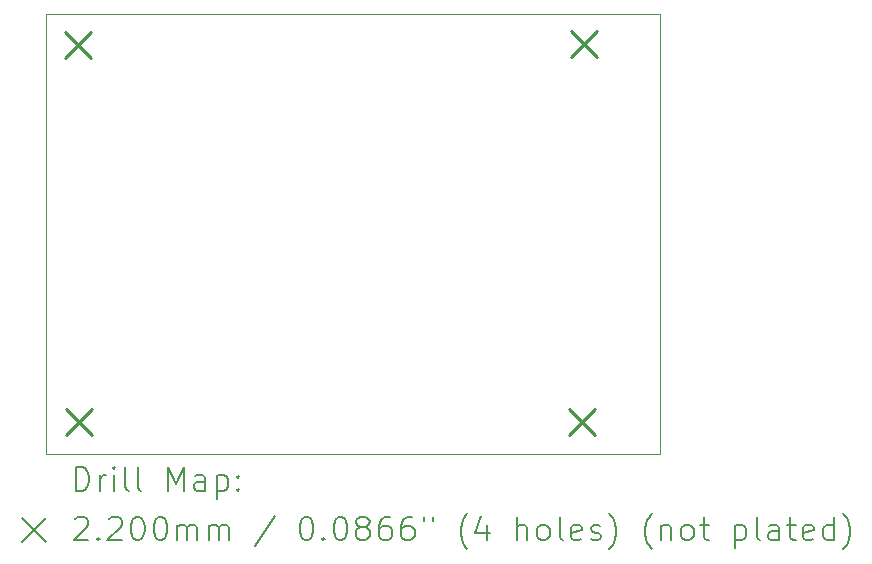
<source format=gbr>
%FSLAX45Y45*%
G04 Gerber Fmt 4.5, Leading zero omitted, Abs format (unit mm)*
G04 Created by KiCad (PCBNEW (6.0.1)) date 2022-09-26 11:52:51*
%MOMM*%
%LPD*%
G01*
G04 APERTURE LIST*
%TA.AperFunction,Profile*%
%ADD10C,0.100000*%
%TD*%
%ADD11C,0.200000*%
%ADD12C,0.220000*%
G04 APERTURE END LIST*
D10*
X16060000Y-7020000D02*
X21260000Y-7020000D01*
X21260000Y-7020000D02*
X21260000Y-10740000D01*
X21260000Y-10740000D02*
X16060000Y-10740000D01*
X16060000Y-10740000D02*
X16060000Y-7020000D01*
D11*
D12*
X16220000Y-7170000D02*
X16440000Y-7390000D01*
X16440000Y-7170000D02*
X16220000Y-7390000D01*
X16230000Y-10360000D02*
X16450000Y-10580000D01*
X16450000Y-10360000D02*
X16230000Y-10580000D01*
X20490000Y-10360000D02*
X20710000Y-10580000D01*
X20710000Y-10360000D02*
X20490000Y-10580000D01*
X20500000Y-7160000D02*
X20720000Y-7380000D01*
X20720000Y-7160000D02*
X20500000Y-7380000D01*
D11*
X16312619Y-11055476D02*
X16312619Y-10855476D01*
X16360238Y-10855476D01*
X16388809Y-10865000D01*
X16407857Y-10884048D01*
X16417381Y-10903095D01*
X16426905Y-10941190D01*
X16426905Y-10969762D01*
X16417381Y-11007857D01*
X16407857Y-11026905D01*
X16388809Y-11045952D01*
X16360238Y-11055476D01*
X16312619Y-11055476D01*
X16512619Y-11055476D02*
X16512619Y-10922143D01*
X16512619Y-10960238D02*
X16522143Y-10941190D01*
X16531667Y-10931667D01*
X16550714Y-10922143D01*
X16569762Y-10922143D01*
X16636428Y-11055476D02*
X16636428Y-10922143D01*
X16636428Y-10855476D02*
X16626905Y-10865000D01*
X16636428Y-10874524D01*
X16645952Y-10865000D01*
X16636428Y-10855476D01*
X16636428Y-10874524D01*
X16760238Y-11055476D02*
X16741190Y-11045952D01*
X16731667Y-11026905D01*
X16731667Y-10855476D01*
X16865000Y-11055476D02*
X16845952Y-11045952D01*
X16836429Y-11026905D01*
X16836429Y-10855476D01*
X17093571Y-11055476D02*
X17093571Y-10855476D01*
X17160238Y-10998333D01*
X17226905Y-10855476D01*
X17226905Y-11055476D01*
X17407857Y-11055476D02*
X17407857Y-10950714D01*
X17398333Y-10931667D01*
X17379286Y-10922143D01*
X17341190Y-10922143D01*
X17322143Y-10931667D01*
X17407857Y-11045952D02*
X17388810Y-11055476D01*
X17341190Y-11055476D01*
X17322143Y-11045952D01*
X17312619Y-11026905D01*
X17312619Y-11007857D01*
X17322143Y-10988810D01*
X17341190Y-10979286D01*
X17388810Y-10979286D01*
X17407857Y-10969762D01*
X17503095Y-10922143D02*
X17503095Y-11122143D01*
X17503095Y-10931667D02*
X17522143Y-10922143D01*
X17560238Y-10922143D01*
X17579286Y-10931667D01*
X17588810Y-10941190D01*
X17598333Y-10960238D01*
X17598333Y-11017381D01*
X17588810Y-11036429D01*
X17579286Y-11045952D01*
X17560238Y-11055476D01*
X17522143Y-11055476D01*
X17503095Y-11045952D01*
X17684048Y-11036429D02*
X17693571Y-11045952D01*
X17684048Y-11055476D01*
X17674524Y-11045952D01*
X17684048Y-11036429D01*
X17684048Y-11055476D01*
X17684048Y-10931667D02*
X17693571Y-10941190D01*
X17684048Y-10950714D01*
X17674524Y-10941190D01*
X17684048Y-10931667D01*
X17684048Y-10950714D01*
X15855000Y-11285000D02*
X16055000Y-11485000D01*
X16055000Y-11285000D02*
X15855000Y-11485000D01*
X16303095Y-11294524D02*
X16312619Y-11285000D01*
X16331667Y-11275476D01*
X16379286Y-11275476D01*
X16398333Y-11285000D01*
X16407857Y-11294524D01*
X16417381Y-11313571D01*
X16417381Y-11332619D01*
X16407857Y-11361190D01*
X16293571Y-11475476D01*
X16417381Y-11475476D01*
X16503095Y-11456428D02*
X16512619Y-11465952D01*
X16503095Y-11475476D01*
X16493571Y-11465952D01*
X16503095Y-11456428D01*
X16503095Y-11475476D01*
X16588809Y-11294524D02*
X16598333Y-11285000D01*
X16617381Y-11275476D01*
X16665000Y-11275476D01*
X16684048Y-11285000D01*
X16693571Y-11294524D01*
X16703095Y-11313571D01*
X16703095Y-11332619D01*
X16693571Y-11361190D01*
X16579286Y-11475476D01*
X16703095Y-11475476D01*
X16826905Y-11275476D02*
X16845952Y-11275476D01*
X16865000Y-11285000D01*
X16874524Y-11294524D01*
X16884048Y-11313571D01*
X16893571Y-11351667D01*
X16893571Y-11399286D01*
X16884048Y-11437381D01*
X16874524Y-11456428D01*
X16865000Y-11465952D01*
X16845952Y-11475476D01*
X16826905Y-11475476D01*
X16807857Y-11465952D01*
X16798333Y-11456428D01*
X16788810Y-11437381D01*
X16779286Y-11399286D01*
X16779286Y-11351667D01*
X16788810Y-11313571D01*
X16798333Y-11294524D01*
X16807857Y-11285000D01*
X16826905Y-11275476D01*
X17017381Y-11275476D02*
X17036429Y-11275476D01*
X17055476Y-11285000D01*
X17065000Y-11294524D01*
X17074524Y-11313571D01*
X17084048Y-11351667D01*
X17084048Y-11399286D01*
X17074524Y-11437381D01*
X17065000Y-11456428D01*
X17055476Y-11465952D01*
X17036429Y-11475476D01*
X17017381Y-11475476D01*
X16998333Y-11465952D01*
X16988810Y-11456428D01*
X16979286Y-11437381D01*
X16969762Y-11399286D01*
X16969762Y-11351667D01*
X16979286Y-11313571D01*
X16988810Y-11294524D01*
X16998333Y-11285000D01*
X17017381Y-11275476D01*
X17169762Y-11475476D02*
X17169762Y-11342143D01*
X17169762Y-11361190D02*
X17179286Y-11351667D01*
X17198333Y-11342143D01*
X17226905Y-11342143D01*
X17245952Y-11351667D01*
X17255476Y-11370714D01*
X17255476Y-11475476D01*
X17255476Y-11370714D02*
X17265000Y-11351667D01*
X17284048Y-11342143D01*
X17312619Y-11342143D01*
X17331667Y-11351667D01*
X17341190Y-11370714D01*
X17341190Y-11475476D01*
X17436429Y-11475476D02*
X17436429Y-11342143D01*
X17436429Y-11361190D02*
X17445952Y-11351667D01*
X17465000Y-11342143D01*
X17493571Y-11342143D01*
X17512619Y-11351667D01*
X17522143Y-11370714D01*
X17522143Y-11475476D01*
X17522143Y-11370714D02*
X17531667Y-11351667D01*
X17550714Y-11342143D01*
X17579286Y-11342143D01*
X17598333Y-11351667D01*
X17607857Y-11370714D01*
X17607857Y-11475476D01*
X17998333Y-11265952D02*
X17826905Y-11523095D01*
X18255476Y-11275476D02*
X18274524Y-11275476D01*
X18293571Y-11285000D01*
X18303095Y-11294524D01*
X18312619Y-11313571D01*
X18322143Y-11351667D01*
X18322143Y-11399286D01*
X18312619Y-11437381D01*
X18303095Y-11456428D01*
X18293571Y-11465952D01*
X18274524Y-11475476D01*
X18255476Y-11475476D01*
X18236429Y-11465952D01*
X18226905Y-11456428D01*
X18217381Y-11437381D01*
X18207857Y-11399286D01*
X18207857Y-11351667D01*
X18217381Y-11313571D01*
X18226905Y-11294524D01*
X18236429Y-11285000D01*
X18255476Y-11275476D01*
X18407857Y-11456428D02*
X18417381Y-11465952D01*
X18407857Y-11475476D01*
X18398333Y-11465952D01*
X18407857Y-11456428D01*
X18407857Y-11475476D01*
X18541190Y-11275476D02*
X18560238Y-11275476D01*
X18579286Y-11285000D01*
X18588810Y-11294524D01*
X18598333Y-11313571D01*
X18607857Y-11351667D01*
X18607857Y-11399286D01*
X18598333Y-11437381D01*
X18588810Y-11456428D01*
X18579286Y-11465952D01*
X18560238Y-11475476D01*
X18541190Y-11475476D01*
X18522143Y-11465952D01*
X18512619Y-11456428D01*
X18503095Y-11437381D01*
X18493571Y-11399286D01*
X18493571Y-11351667D01*
X18503095Y-11313571D01*
X18512619Y-11294524D01*
X18522143Y-11285000D01*
X18541190Y-11275476D01*
X18722143Y-11361190D02*
X18703095Y-11351667D01*
X18693571Y-11342143D01*
X18684048Y-11323095D01*
X18684048Y-11313571D01*
X18693571Y-11294524D01*
X18703095Y-11285000D01*
X18722143Y-11275476D01*
X18760238Y-11275476D01*
X18779286Y-11285000D01*
X18788810Y-11294524D01*
X18798333Y-11313571D01*
X18798333Y-11323095D01*
X18788810Y-11342143D01*
X18779286Y-11351667D01*
X18760238Y-11361190D01*
X18722143Y-11361190D01*
X18703095Y-11370714D01*
X18693571Y-11380238D01*
X18684048Y-11399286D01*
X18684048Y-11437381D01*
X18693571Y-11456428D01*
X18703095Y-11465952D01*
X18722143Y-11475476D01*
X18760238Y-11475476D01*
X18779286Y-11465952D01*
X18788810Y-11456428D01*
X18798333Y-11437381D01*
X18798333Y-11399286D01*
X18788810Y-11380238D01*
X18779286Y-11370714D01*
X18760238Y-11361190D01*
X18969762Y-11275476D02*
X18931667Y-11275476D01*
X18912619Y-11285000D01*
X18903095Y-11294524D01*
X18884048Y-11323095D01*
X18874524Y-11361190D01*
X18874524Y-11437381D01*
X18884048Y-11456428D01*
X18893571Y-11465952D01*
X18912619Y-11475476D01*
X18950714Y-11475476D01*
X18969762Y-11465952D01*
X18979286Y-11456428D01*
X18988810Y-11437381D01*
X18988810Y-11389762D01*
X18979286Y-11370714D01*
X18969762Y-11361190D01*
X18950714Y-11351667D01*
X18912619Y-11351667D01*
X18893571Y-11361190D01*
X18884048Y-11370714D01*
X18874524Y-11389762D01*
X19160238Y-11275476D02*
X19122143Y-11275476D01*
X19103095Y-11285000D01*
X19093571Y-11294524D01*
X19074524Y-11323095D01*
X19065000Y-11361190D01*
X19065000Y-11437381D01*
X19074524Y-11456428D01*
X19084048Y-11465952D01*
X19103095Y-11475476D01*
X19141190Y-11475476D01*
X19160238Y-11465952D01*
X19169762Y-11456428D01*
X19179286Y-11437381D01*
X19179286Y-11389762D01*
X19169762Y-11370714D01*
X19160238Y-11361190D01*
X19141190Y-11351667D01*
X19103095Y-11351667D01*
X19084048Y-11361190D01*
X19074524Y-11370714D01*
X19065000Y-11389762D01*
X19255476Y-11275476D02*
X19255476Y-11313571D01*
X19331667Y-11275476D02*
X19331667Y-11313571D01*
X19626905Y-11551667D02*
X19617381Y-11542143D01*
X19598333Y-11513571D01*
X19588810Y-11494524D01*
X19579286Y-11465952D01*
X19569762Y-11418333D01*
X19569762Y-11380238D01*
X19579286Y-11332619D01*
X19588810Y-11304048D01*
X19598333Y-11285000D01*
X19617381Y-11256428D01*
X19626905Y-11246905D01*
X19788810Y-11342143D02*
X19788810Y-11475476D01*
X19741190Y-11265952D02*
X19693571Y-11408809D01*
X19817381Y-11408809D01*
X20045952Y-11475476D02*
X20045952Y-11275476D01*
X20131667Y-11475476D02*
X20131667Y-11370714D01*
X20122143Y-11351667D01*
X20103095Y-11342143D01*
X20074524Y-11342143D01*
X20055476Y-11351667D01*
X20045952Y-11361190D01*
X20255476Y-11475476D02*
X20236429Y-11465952D01*
X20226905Y-11456428D01*
X20217381Y-11437381D01*
X20217381Y-11380238D01*
X20226905Y-11361190D01*
X20236429Y-11351667D01*
X20255476Y-11342143D01*
X20284048Y-11342143D01*
X20303095Y-11351667D01*
X20312619Y-11361190D01*
X20322143Y-11380238D01*
X20322143Y-11437381D01*
X20312619Y-11456428D01*
X20303095Y-11465952D01*
X20284048Y-11475476D01*
X20255476Y-11475476D01*
X20436429Y-11475476D02*
X20417381Y-11465952D01*
X20407857Y-11446905D01*
X20407857Y-11275476D01*
X20588810Y-11465952D02*
X20569762Y-11475476D01*
X20531667Y-11475476D01*
X20512619Y-11465952D01*
X20503095Y-11446905D01*
X20503095Y-11370714D01*
X20512619Y-11351667D01*
X20531667Y-11342143D01*
X20569762Y-11342143D01*
X20588810Y-11351667D01*
X20598333Y-11370714D01*
X20598333Y-11389762D01*
X20503095Y-11408809D01*
X20674524Y-11465952D02*
X20693571Y-11475476D01*
X20731667Y-11475476D01*
X20750714Y-11465952D01*
X20760238Y-11446905D01*
X20760238Y-11437381D01*
X20750714Y-11418333D01*
X20731667Y-11408809D01*
X20703095Y-11408809D01*
X20684048Y-11399286D01*
X20674524Y-11380238D01*
X20674524Y-11370714D01*
X20684048Y-11351667D01*
X20703095Y-11342143D01*
X20731667Y-11342143D01*
X20750714Y-11351667D01*
X20826905Y-11551667D02*
X20836429Y-11542143D01*
X20855476Y-11513571D01*
X20865000Y-11494524D01*
X20874524Y-11465952D01*
X20884048Y-11418333D01*
X20884048Y-11380238D01*
X20874524Y-11332619D01*
X20865000Y-11304048D01*
X20855476Y-11285000D01*
X20836429Y-11256428D01*
X20826905Y-11246905D01*
X21188810Y-11551667D02*
X21179286Y-11542143D01*
X21160238Y-11513571D01*
X21150714Y-11494524D01*
X21141190Y-11465952D01*
X21131667Y-11418333D01*
X21131667Y-11380238D01*
X21141190Y-11332619D01*
X21150714Y-11304048D01*
X21160238Y-11285000D01*
X21179286Y-11256428D01*
X21188810Y-11246905D01*
X21265000Y-11342143D02*
X21265000Y-11475476D01*
X21265000Y-11361190D02*
X21274524Y-11351667D01*
X21293571Y-11342143D01*
X21322143Y-11342143D01*
X21341190Y-11351667D01*
X21350714Y-11370714D01*
X21350714Y-11475476D01*
X21474524Y-11475476D02*
X21455476Y-11465952D01*
X21445952Y-11456428D01*
X21436429Y-11437381D01*
X21436429Y-11380238D01*
X21445952Y-11361190D01*
X21455476Y-11351667D01*
X21474524Y-11342143D01*
X21503095Y-11342143D01*
X21522143Y-11351667D01*
X21531667Y-11361190D01*
X21541190Y-11380238D01*
X21541190Y-11437381D01*
X21531667Y-11456428D01*
X21522143Y-11465952D01*
X21503095Y-11475476D01*
X21474524Y-11475476D01*
X21598333Y-11342143D02*
X21674524Y-11342143D01*
X21626905Y-11275476D02*
X21626905Y-11446905D01*
X21636429Y-11465952D01*
X21655476Y-11475476D01*
X21674524Y-11475476D01*
X21893571Y-11342143D02*
X21893571Y-11542143D01*
X21893571Y-11351667D02*
X21912619Y-11342143D01*
X21950714Y-11342143D01*
X21969762Y-11351667D01*
X21979286Y-11361190D01*
X21988810Y-11380238D01*
X21988810Y-11437381D01*
X21979286Y-11456428D01*
X21969762Y-11465952D01*
X21950714Y-11475476D01*
X21912619Y-11475476D01*
X21893571Y-11465952D01*
X22103095Y-11475476D02*
X22084048Y-11465952D01*
X22074524Y-11446905D01*
X22074524Y-11275476D01*
X22265000Y-11475476D02*
X22265000Y-11370714D01*
X22255476Y-11351667D01*
X22236429Y-11342143D01*
X22198333Y-11342143D01*
X22179286Y-11351667D01*
X22265000Y-11465952D02*
X22245952Y-11475476D01*
X22198333Y-11475476D01*
X22179286Y-11465952D01*
X22169762Y-11446905D01*
X22169762Y-11427857D01*
X22179286Y-11408809D01*
X22198333Y-11399286D01*
X22245952Y-11399286D01*
X22265000Y-11389762D01*
X22331667Y-11342143D02*
X22407857Y-11342143D01*
X22360238Y-11275476D02*
X22360238Y-11446905D01*
X22369762Y-11465952D01*
X22388809Y-11475476D01*
X22407857Y-11475476D01*
X22550714Y-11465952D02*
X22531667Y-11475476D01*
X22493571Y-11475476D01*
X22474524Y-11465952D01*
X22465000Y-11446905D01*
X22465000Y-11370714D01*
X22474524Y-11351667D01*
X22493571Y-11342143D01*
X22531667Y-11342143D01*
X22550714Y-11351667D01*
X22560238Y-11370714D01*
X22560238Y-11389762D01*
X22465000Y-11408809D01*
X22731667Y-11475476D02*
X22731667Y-11275476D01*
X22731667Y-11465952D02*
X22712619Y-11475476D01*
X22674524Y-11475476D01*
X22655476Y-11465952D01*
X22645952Y-11456428D01*
X22636428Y-11437381D01*
X22636428Y-11380238D01*
X22645952Y-11361190D01*
X22655476Y-11351667D01*
X22674524Y-11342143D01*
X22712619Y-11342143D01*
X22731667Y-11351667D01*
X22807857Y-11551667D02*
X22817381Y-11542143D01*
X22836428Y-11513571D01*
X22845952Y-11494524D01*
X22855476Y-11465952D01*
X22865000Y-11418333D01*
X22865000Y-11380238D01*
X22855476Y-11332619D01*
X22845952Y-11304048D01*
X22836428Y-11285000D01*
X22817381Y-11256428D01*
X22807857Y-11246905D01*
M02*

</source>
